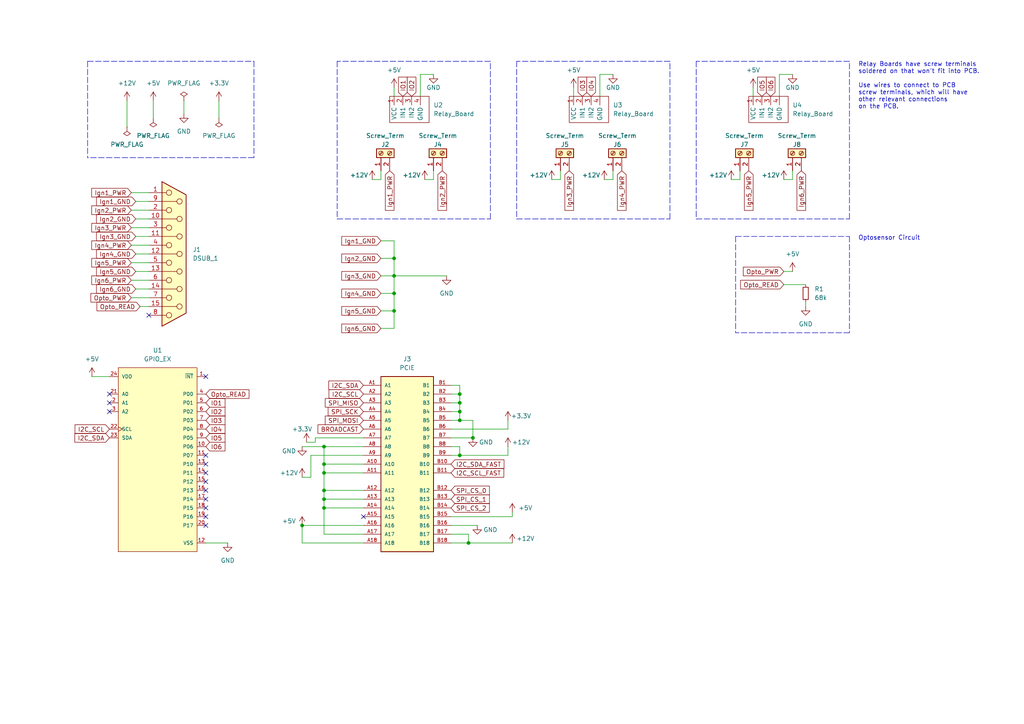
<source format=kicad_sch>
(kicad_sch (version 20211123) (generator eeschema)
  (paper "A4")
  (lib_symbols
    (symbol "Connector:DB15_Female" (pin_names (offset 1.016) hide)
      (property "Reference" "J" (at 0.508 21.59 0))
      (property "Value" "DB15_Female" (at 0 -22.225 0))
      (symbol "DB15_Female_0_1"
        (circle (center -1.778 -17.78) (radius 0.762))
        (circle (center -1.778 -12.7) (radius 0.762))
        (circle (center -1.778 -7.62) (radius 0.762))
        (circle (center -1.778 -2.54) (radius 0.762))
        (circle (center -1.778 2.54) (radius 0.762))
        (circle (center -1.778 7.62) (radius 0.762))
        (circle (center -1.778 12.7) (radius 0.762))
        (circle (center -1.778 17.78) (radius 0.762))
        (polyline (pts (xy -3.81 -17.78) (xy -2.54 -17.78)))
        (polyline (pts (xy -3.81 -15.24) (xy 0.508 -15.24)))
        (polyline (pts (xy -3.81 -12.7) (xy -2.54 -12.7)))
        (polyline (pts (xy -3.81 -10.16) (xy 0.508 -10.16)))
        (polyline (pts (xy -3.81 -7.62) (xy -2.54 -7.62)))
        (polyline (pts (xy -3.81 -5.08) (xy 0.508 -5.08)))
        (polyline (pts (xy -3.81 -2.54) (xy -2.54 -2.54)))
        (polyline (pts (xy -3.81 0) (xy 0.508 0)))
        (polyline (pts (xy -3.81 2.54) (xy -2.54 2.54)))
        (polyline (pts (xy -3.81 5.08) (xy 0.508 5.08)))
        (polyline (pts (xy -3.81 7.62) (xy -2.54 7.62)))
        (polyline (pts (xy -3.81 10.16) (xy 0.508 10.16)))
        (polyline (pts (xy -3.81 12.7) (xy -2.54 12.7)))
        (polyline (pts (xy -3.81 15.24) (xy 0.508 15.24)))
        (polyline (pts (xy -3.81 17.78) (xy -2.54 17.78)))
        (polyline (pts (xy -3.81 20.955) (xy 3.175 17.145) (xy 3.175 -17.145) (xy -3.81 -20.955) (xy -3.81 20.955)) (stroke (width 0.254)) (fill (type background)))
        (circle (center 1.27 -15.24) (radius 0.762))
        (circle (center 1.27 -10.16) (radius 0.762))
        (circle (center 1.27 -5.08) (radius 0.762))
        (circle (center 1.27 0) (radius 0.762))
        (circle (center 1.27 5.08) (radius 0.762))
        (circle (center 1.27 10.16) (radius 0.762))
        (circle (center 1.27 15.24) (radius 0.762))
      )
      (symbol "DB15_Female_1_1"
        (pin passive line (at -7.62 17.78 0) (length 3.81) (name "1") (number "1"))
        (pin passive line (at -7.62 10.16 0) (length 3.81) (name "P10") (number "10"))
        (pin passive line (at -7.62 5.08 0) (length 3.81) (name "P111") (number "11"))
        (pin passive line (at -7.62 0 0) (length 3.81) (name "P12") (number "12"))
        (pin passive line (at -7.62 -5.08 0) (length 3.81) (name "P13") (number "13"))
        (pin passive line (at -7.62 -10.16 0) (length 3.81) (name "P14") (number "14"))
        (pin passive line (at -7.62 -15.24 0) (length 3.81) (name "P15") (number "15"))
        (pin passive line (at -7.62 12.7 0) (length 3.81) (name "2") (number "2"))
        (pin passive line (at -7.62 7.62 0) (length 3.81) (name "3") (number "3"))
        (pin passive line (at -7.62 2.54 0) (length 3.81) (name "4") (number "4"))
        (pin passive line (at -7.62 -2.54 0) (length 3.81) (name "5") (number "5"))
        (pin passive line (at -7.62 -7.62 0) (length 3.81) (name "6") (number "6"))
        (pin passive line (at -7.62 -12.7 0) (length 3.81) (name "7") (number "7"))
        (pin passive line (at -7.62 -17.78 0) (length 3.81) (name "8") (number "8"))
        (pin passive line (at -7.62 15.24 0) (length 3.81) (name "P9") (number "9"))
      )
    )
    (symbol "Connector:Screw_Terminal_01x02" (pin_names (offset 1.016) hide)
      (property "Reference" "J" (at 0 2.54 0))
      (property "Value" "Screw_Terminal_01x02" (at 0 -5.08 0))
      (symbol "Screw_Terminal_01x02_1_1"
        (rectangle (start -1.27 1.27) (end 1.27 -3.81) (stroke (width 0.254)) (fill (type background)))
        (circle (center 0 -2.54) (radius 0.635) (stroke (width 0.1524)))
        (polyline (pts (xy -0.5334 -2.2098) (xy 0.3302 -3.048)) (stroke (width 0.1524)))
        (polyline (pts (xy -0.5334 0.3302) (xy 0.3302 -0.508)) (stroke (width 0.1524)))
        (polyline (pts (xy -0.3556 -2.032) (xy 0.508 -2.8702)) (stroke (width 0.1524)))
        (polyline (pts (xy -0.3556 0.508) (xy 0.508 -0.3302)) (stroke (width 0.1524)))
        (circle (center 0 0) (radius 0.635) (stroke (width 0.1524)))
        (pin passive line (at -5.08 0 0) (length 3.81) (name "Pin_1") (number "1"))
        (pin passive line (at -5.08 -2.54 0) (length 3.81) (name "Pin_2") (number "2"))
      )
    )
    (symbol "Device:R_Small" (pin_numbers hide) (pin_names (offset 0.254) hide)
      (property "Reference" "R" (at 0.762 0.508 0))
      (property "Value" "R_Small" (at 0.762 -1.016 0))
      (symbol "R_Small_0_1"
        (rectangle (start -0.762 1.778) (end 0.762 -1.778) (stroke (width 0.2032)))
      )
      (symbol "R_Small_1_1"
        (pin passive line (at 0 2.54 270) (length 0.762) (name "~") (number "1"))
        (pin passive line (at 0 -2.54 90) (length 0.762) (name "~") (number "2"))
      )
    )
    (symbol "ELLIE:Relay_Board"
      (property "Reference" "U" (at 0 -3.81 0))
      (property "Value" "Relay_Board" (at 0 -6.35 0))
      (symbol "Relay_Board_0_1"
        (rectangle (start -3.81 8.89) (end 3.81 -2.54))
      )
      (symbol "Relay_Board_1_1"
        (pin input line (at 3.81 7.62 180) (length 2.54) (name "VCC") (number "1"))
        (pin input line (at 3.81 5.08 180) (length 2.54) (name "IN1") (number "2"))
        (pin input line (at 3.81 2.54 180) (length 2.54) (name "IN2") (number "3"))
        (pin input line (at 3.81 0 180) (length 2.54) (name "GND") (number "4"))
      )
    )
    (symbol "LE2_IO_EXPANDER:PCF8575TS_1,118" (pin_names (offset 1.016))
      (property "Reference" "U" (at 0 5.08 0))
      (property "Value" "PCF8575TS_1,118" (at 0 7.62 0))
      (symbol "PCF8575TS_1,118_1_1"
        (rectangle (start 5.08 2.54) (end 27.94 -50.8) (fill (type background)))
        (pin output line (at 30.48 0 180) (length 2.54) (name "~{INT}") (number "1"))
        (pin bidirectional line (at 30.48 -20.32 180) (length 2.54) (name "P06") (number "10"))
        (pin bidirectional line (at 30.48 -22.86 180) (length 2.54) (name "P07") (number "11"))
        (pin power_in line (at 30.48 -48.26 180) (length 2.54) (name "VSS") (number "12"))
        (pin bidirectional line (at 30.48 -25.4 180) (length 2.54) (name "P10") (number "13"))
        (pin bidirectional line (at 30.48 -27.94 180) (length 2.54) (name "P11") (number "14"))
        (pin bidirectional line (at 30.48 -30.48 180) (length 2.54) (name "P12") (number "15"))
        (pin bidirectional line (at 30.48 -33.02 180) (length 2.54) (name "P13") (number "16"))
        (pin bidirectional line (at 30.48 -35.56 180) (length 2.54) (name "P14") (number "17"))
        (pin bidirectional line (at 30.48 -38.1 180) (length 2.54) (name "P15") (number "18"))
        (pin bidirectional line (at 30.48 -40.64 180) (length 2.54) (name "P16") (number "19"))
        (pin input line (at 2.54 -7.62 0) (length 2.54) (name "A1") (number "2"))
        (pin bidirectional line (at 30.48 -43.18 180) (length 2.54) (name "P17") (number "20"))
        (pin input line (at 2.54 -5.08 0) (length 2.54) (name "A0") (number "21"))
        (pin input clock (at 2.54 -15.24 0) (length 2.54) (name "SCL") (number "22"))
        (pin bidirectional line (at 2.54 -17.78 0) (length 2.54) (name "SDA") (number "23"))
        (pin power_in line (at 2.54 0 0) (length 2.54) (name "VDD") (number "24"))
        (pin input line (at 2.54 -10.16 0) (length 2.54) (name "A2") (number "3"))
        (pin bidirectional line (at 30.48 -5.08 180) (length 2.54) (name "P00") (number "4"))
        (pin bidirectional line (at 30.48 -7.62 180) (length 2.54) (name "P01") (number "5"))
        (pin bidirectional line (at 30.48 -10.16 180) (length 2.54) (name "P02") (number "6"))
        (pin bidirectional line (at 30.48 -12.7 180) (length 2.54) (name "P03") (number "7"))
        (pin bidirectional line (at 30.48 -15.24 180) (length 2.54) (name "P04") (number "8"))
        (pin bidirectional line (at 30.48 -17.78 180) (length 2.54) (name "P05") (number "9"))
      )
    )
    (symbol "PCIe:PCIE-LP-01-01-F-DV-A-TR" (pin_names (offset 1.016))
      (property "Reference" "J7" (at 0 30.48 0))
      (property "Value" "PCIE-LP-01-01-F-DV-A-TR" (at 0 27.94 0))
      (symbol "PCIE-LP-01-01-F-DV-A-TR_0_0"
        (rectangle (start -7.62 -25.4) (end 7.62 25.4) (stroke (width 0.254)) (fill (type background)))
        (pin passive line (at -12.7 22.86 0) (length 5.08) (name "A1") (number "A1"))
        (pin passive line (at -12.7 0 0) (length 5.08) (name "A10") (number "A10"))
        (pin passive line (at -12.7 -2.54 0) (length 5.08) (name "A11") (number "A11"))
        (pin passive line (at -12.7 -7.62 0) (length 5.08) (name "A12") (number "A12"))
        (pin passive line (at -12.7 -10.16 0) (length 5.08) (name "A13") (number "A13"))
        (pin passive line (at -12.7 -12.7 0) (length 5.08) (name "A14") (number "A14"))
        (pin passive line (at -12.7 -15.24 0) (length 5.08) (name "A15") (number "A15"))
        (pin passive line (at -12.7 -17.78 0) (length 5.08) (name "A16") (number "A16"))
        (pin passive line (at -12.7 -20.32 0) (length 5.08) (name "A17") (number "A17"))
        (pin passive line (at -12.7 -22.86 0) (length 5.08) (name "A18") (number "A18"))
        (pin passive line (at -12.7 20.32 0) (length 5.08) (name "A2") (number "A2"))
        (pin passive line (at -12.7 17.78 0) (length 5.08) (name "A3") (number "A3"))
        (pin passive line (at -12.7 15.24 0) (length 5.08) (name "A4") (number "A4"))
        (pin passive line (at -12.7 12.7 0) (length 5.08) (name "A5") (number "A5"))
        (pin passive line (at -12.7 10.16 0) (length 5.08) (name "A6") (number "A6"))
        (pin passive line (at -12.7 7.62 0) (length 5.08) (name "A7") (number "A7"))
        (pin passive line (at -12.7 5.08 0) (length 5.08) (name "A8") (number "A8"))
        (pin passive line (at -12.7 2.54 0) (length 5.08) (name "A9") (number "A9"))
        (pin passive line (at 12.7 22.86 180) (length 5.08) (name "B1") (number "B1"))
        (pin passive line (at 12.7 0 180) (length 5.08) (name "B10") (number "B10"))
        (pin passive line (at 12.7 -2.54 180) (length 5.08) (name "B11") (number "B11"))
        (pin passive line (at 12.7 -7.62 180) (length 5.08) (name "B12") (number "B12"))
        (pin passive line (at 12.7 -10.16 180) (length 5.08) (name "B13") (number "B13"))
        (pin passive line (at 12.7 -12.7 180) (length 5.08) (name "B14") (number "B14"))
        (pin passive line (at 12.7 -15.24 180) (length 5.08) (name "B15") (number "B15"))
        (pin passive line (at 12.7 -17.78 180) (length 5.08) (name "B16") (number "B16"))
        (pin passive line (at 12.7 -20.32 180) (length 5.08) (name "B17") (number "B17"))
        (pin passive line (at 12.7 -22.86 180) (length 5.08) (name "B18") (number "B18"))
        (pin passive line (at 12.7 20.32 180) (length 5.08) (name "B2") (number "B2"))
        (pin passive line (at 12.7 17.78 180) (length 5.08) (name "B3") (number "B3"))
        (pin passive line (at 12.7 15.24 180) (length 5.08) (name "B4") (number "B4"))
        (pin passive line (at 12.7 12.7 180) (length 5.08) (name "B5") (number "B5"))
        (pin passive line (at 12.7 10.16 180) (length 5.08) (name "B6") (number "B6"))
        (pin passive line (at 12.7 7.62 180) (length 5.08) (name "B7") (number "B7"))
        (pin passive line (at 12.7 5.08 180) (length 5.08) (name "B8") (number "B8"))
        (pin passive line (at 12.7 2.54 180) (length 5.08) (name "B9") (number "B9"))
      )
    )
    (symbol "power:+12V" (power) (pin_names (offset 0))
      (property "Value" "+12V" (at 0 3.556 0))
      (symbol "+12V_0_1"
        (polyline (pts (xy -0.762 1.27) (xy 0 2.54)))
        (polyline (pts (xy 0 0) (xy 0 2.54)))
        (polyline (pts (xy 0 2.54) (xy 0.762 1.27)))
      )
      (symbol "+12V_1_1"
        (pin power_in line (at 0 0 90) (length 0) hide (name "+12V") (number "1"))
      )
    )
    (symbol "power:+3.3V" (power) (pin_names (offset 0))
      (property "Value" "+3.3V" (at 0 3.556 0))
      (symbol "+3.3V_0_1"
        (polyline (pts (xy -0.762 1.27) (xy 0 2.54)))
        (polyline (pts (xy 0 0) (xy 0 2.54)))
        (polyline (pts (xy 0 2.54) (xy 0.762 1.27)))
      )
      (symbol "+3.3V_1_1"
        (pin power_in line (at 0 0 90) (length 0) hide (name "+3.3V") (number "1"))
      )
    )
    (symbol "power:+5V" (power) (pin_names (offset 0))
      (property "Value" "+5V" (at 0 3.556 0))
      (symbol "+5V_0_1"
        (polyline (pts (xy -0.762 1.27) (xy 0 2.54)))
        (polyline (pts (xy 0 0) (xy 0 2.54)))
        (polyline (pts (xy 0 2.54) (xy 0.762 1.27)))
      )
      (symbol "+5V_1_1"
        (pin power_in line (at 0 0 90) (length 0) hide (name "+5V") (number "1"))
      )
    )
    (symbol "power:GND" (power) (pin_names (offset 0))
      (property "Value" "GND" (at 0 -3.81 0))
      (symbol "GND_0_1"
        (polyline (pts (xy 0 0) (xy 0 -1.27) (xy 1.27 -1.27) (xy 0 -2.54) (xy -1.27 -1.27) (xy 0 -1.27)))
      )
      (symbol "GND_1_1"
        (pin power_in line (at 0 0 270) (length 0) hide (name "GND") (number "1"))
      )
    )
    (symbol "power:PWR_FLAG" (power) (pin_numbers hide) (pin_names (offset 0) hide)
      (property "Value" "PWR_FLAG" (at 0 3.81 0))
      (symbol "PWR_FLAG_0_0"
        (pin power_out line (at 0 0 90) (length 0) (name "pwr") (number "1"))
      )
      (symbol "PWR_FLAG_0_1"
        (polyline (pts (xy 0 0) (xy 0 1.27) (xy -1.016 1.905) (xy 0 2.54) (xy 1.016 1.905) (xy 0 1.27)))
      )
    )
  )
  (junction (at 133.35 119.38))
  (junction (at 93.98 147.32))
  (junction (at 93.98 137.16))
  (junction (at 114.3 90.17))
  (junction (at 133.35 121.92))
  (junction (at 137.16 127))
  (junction (at 93.98 142.24))
  (junction (at 114.3 85.09))
  (junction (at 135.89 157.48))
  (junction (at 87.63 152.4))
  (junction (at 133.35 132.08))
  (junction (at 93.98 144.78))
  (junction (at 114.3 80.01))
  (junction (at 93.98 134.62))
  (junction (at 133.35 114.3))
  (junction (at 114.3 74.93))
  (junction (at 133.35 116.84))
  (junction (at 93.98 129.54))
  (no_connect (at 59.69 109.22))
  (no_connect (at 59.69 149.86))
  (no_connect (at 59.69 134.62))
  (no_connect (at 59.69 137.16))
  (no_connect (at 105.41 149.86))
  (no_connect (at 59.69 144.78))
  (no_connect (at 59.69 152.4))
  (no_connect (at 59.69 147.32))
  (no_connect (at 59.69 142.24))
  (no_connect (at 31.75 114.3))
  (no_connect (at 59.69 139.7))
  (no_connect (at 31.75 119.38))
  (no_connect (at 59.69 132.08))
  (no_connect (at 43.18 91.44))
  (no_connect (at 31.75 116.84))
  (wire (pts (xy 137.16 127) (xy 137.16 121.92)))
  (wire (pts (xy 91.44 128.27) (xy 88.9 128.27)))
  (wire (pts (xy 148.59 148.59) (xy 148.59 149.86)))
  (wire (pts (xy 177.8 52.07) (xy 177.8 49.53)))
  (polyline (pts (xy 246.38 63.5) (xy 246.38 17.78)))
  (wire (pts (xy 39.37 78.74) (xy 43.18 78.74)))
  (polyline (pts (xy 201.93 63.5) (xy 246.38 63.5)))
  (wire (pts (xy 93.98 134.62) (xy 93.98 129.54)))
  (polyline (pts (xy 73.66 17.78) (xy 73.66 45.72)))
  (wire (pts (xy 133.35 114.3) (xy 133.35 116.84)))
  (wire (pts (xy 133.35 116.84) (xy 133.35 119.38)))
  (wire (pts (xy 114.3 85.09) (xy 114.3 80.01)))
  (wire (pts (xy 38.1 81.28) (xy 43.18 81.28)))
  (wire (pts (xy 38.1 60.96) (xy 43.18 60.96)))
  (wire (pts (xy 87.63 129.54) (xy 93.98 129.54)))
  (wire (pts (xy 107.95 52.07) (xy 110.49 52.07)))
  (wire (pts (xy 135.89 157.48) (xy 148.59 157.48)))
  (wire (pts (xy 110.49 95.25) (xy 114.3 95.25)))
  (wire (pts (xy 123.19 52.07) (xy 125.73 52.07)))
  (polyline (pts (xy 149.86 17.78) (xy 149.86 63.5)))
  (wire (pts (xy 160.02 52.07) (xy 162.56 52.07)))
  (wire (pts (xy 133.35 119.38) (xy 133.35 121.92)))
  (polyline (pts (xy 142.24 63.5) (xy 142.24 17.78)))
  (wire (pts (xy 38.1 55.88) (xy 43.18 55.88)))
  (polyline (pts (xy 246.38 96.52) (xy 213.36 96.52)))
  (wire (pts (xy 130.81 132.08) (xy 133.35 132.08)))
  (polyline (pts (xy 97.79 17.78) (xy 97.79 63.5)))
  (wire (pts (xy 110.49 52.07) (xy 110.49 49.53)))
  (wire (pts (xy 93.98 154.94) (xy 93.98 147.32)))
  (wire (pts (xy 130.81 152.4) (xy 138.43 152.4)))
  (wire (pts (xy 110.49 90.17) (xy 114.3 90.17)))
  (wire (pts (xy 130.81 121.92) (xy 133.35 121.92)))
  (wire (pts (xy 133.35 111.76) (xy 133.35 114.3)))
  (wire (pts (xy 166.37 25.4) (xy 166.37 27.94)))
  (wire (pts (xy 130.81 127) (xy 137.16 127)))
  (wire (pts (xy 26.67 109.22) (xy 31.75 109.22)))
  (wire (pts (xy 130.81 116.84) (xy 133.35 116.84)))
  (wire (pts (xy 130.81 124.46) (xy 147.32 124.46)))
  (wire (pts (xy 175.26 52.07) (xy 177.8 52.07)))
  (wire (pts (xy 63.5 29.21) (xy 63.5 34.29)))
  (wire (pts (xy 93.98 137.16) (xy 93.98 134.62)))
  (polyline (pts (xy 194.31 63.5) (xy 194.31 17.78)))
  (wire (pts (xy 173.99 27.94) (xy 173.99 21.59)))
  (wire (pts (xy 229.87 52.07) (xy 229.87 49.53)))
  (wire (pts (xy 93.98 144.78) (xy 105.41 144.78)))
  (wire (pts (xy 114.3 69.85) (xy 114.3 74.93)))
  (wire (pts (xy 39.37 63.5) (xy 43.18 63.5)))
  (wire (pts (xy 114.3 25.4) (xy 114.3 27.94)))
  (wire (pts (xy 147.32 121.92) (xy 147.32 124.46)))
  (wire (pts (xy 133.35 132.08) (xy 147.32 132.08)))
  (wire (pts (xy 130.81 129.54) (xy 133.35 129.54)))
  (wire (pts (xy 110.49 80.01) (xy 114.3 80.01)))
  (wire (pts (xy 38.1 71.12) (xy 43.18 71.12)))
  (wire (pts (xy 105.41 127) (xy 91.44 127)))
  (wire (pts (xy 36.83 29.21) (xy 36.83 36.83)))
  (wire (pts (xy 90.17 132.08) (xy 105.41 132.08)))
  (wire (pts (xy 53.34 29.21) (xy 53.34 33.02)))
  (wire (pts (xy 212.09 52.07) (xy 214.63 52.07)))
  (wire (pts (xy 226.06 21.59) (xy 229.87 21.59)))
  (polyline (pts (xy 149.86 63.5) (xy 194.31 63.5)))
  (wire (pts (xy 173.99 21.59) (xy 177.8 21.59)))
  (wire (pts (xy 38.1 76.2) (xy 43.18 76.2)))
  (wire (pts (xy 38.1 66.04) (xy 43.18 66.04)))
  (wire (pts (xy 93.98 137.16) (xy 105.41 137.16)))
  (polyline (pts (xy 213.36 68.58) (xy 246.38 68.58)))
  (wire (pts (xy 233.68 87.63) (xy 233.68 88.9)))
  (wire (pts (xy 227.33 52.07) (xy 229.87 52.07)))
  (wire (pts (xy 39.37 68.58) (xy 43.18 68.58)))
  (wire (pts (xy 110.49 74.93) (xy 114.3 74.93)))
  (wire (pts (xy 121.92 21.59) (xy 125.73 21.59)))
  (polyline (pts (xy 201.93 17.78) (xy 201.93 63.5)))
  (wire (pts (xy 227.33 78.74) (xy 229.87 78.74)))
  (wire (pts (xy 135.89 154.94) (xy 135.89 157.48)))
  (wire (pts (xy 93.98 154.94) (xy 105.41 154.94)))
  (wire (pts (xy 87.63 157.48) (xy 87.63 152.4)))
  (wire (pts (xy 110.49 69.85) (xy 114.3 69.85)))
  (wire (pts (xy 133.35 129.54) (xy 133.35 132.08)))
  (wire (pts (xy 59.69 157.48) (xy 66.04 157.48)))
  (wire (pts (xy 147.32 129.54) (xy 147.32 132.08)))
  (wire (pts (xy 227.33 82.55) (xy 233.68 82.55)))
  (wire (pts (xy 39.37 83.82) (xy 43.18 83.82)))
  (wire (pts (xy 114.3 74.93) (xy 114.3 80.01)))
  (wire (pts (xy 90.17 132.08) (xy 90.17 138.43)))
  (wire (pts (xy 87.63 157.48) (xy 105.41 157.48)))
  (polyline (pts (xy 97.79 63.5) (xy 142.24 63.5)))
  (wire (pts (xy 114.3 95.25) (xy 114.3 90.17)))
  (polyline (pts (xy 246.38 68.58) (xy 246.38 96.52)))
  (wire (pts (xy 218.44 25.4) (xy 218.44 27.94)))
  (wire (pts (xy 93.98 142.24) (xy 105.41 142.24)))
  (polyline (pts (xy 194.31 17.78) (xy 149.86 17.78)))
  (wire (pts (xy 130.81 149.86) (xy 148.59 149.86)))
  (wire (pts (xy 93.98 147.32) (xy 105.41 147.32)))
  (wire (pts (xy 226.06 27.94) (xy 226.06 21.59)))
  (wire (pts (xy 130.81 111.76) (xy 133.35 111.76)))
  (wire (pts (xy 90.17 138.43) (xy 87.63 138.43)))
  (wire (pts (xy 93.98 144.78) (xy 93.98 142.24)))
  (polyline (pts (xy 73.66 45.72) (xy 25.4 45.72)))
  (wire (pts (xy 38.1 86.36) (xy 43.18 86.36)))
  (wire (pts (xy 93.98 137.16) (xy 93.98 142.24)))
  (polyline (pts (xy 213.36 68.58) (xy 213.36 96.52)))
  (polyline (pts (xy 25.4 17.78) (xy 25.4 45.72)))
  (wire (pts (xy 93.98 144.78) (xy 93.98 147.32)))
  (wire (pts (xy 40.64 88.9) (xy 43.18 88.9)))
  (wire (pts (xy 130.81 114.3) (xy 133.35 114.3)))
  (polyline (pts (xy 25.4 17.78) (xy 73.66 17.78)))
  (wire (pts (xy 130.81 154.94) (xy 135.89 154.94)))
  (wire (pts (xy 39.37 73.66) (xy 43.18 73.66)))
  (wire (pts (xy 110.49 85.09) (xy 114.3 85.09)))
  (wire (pts (xy 130.81 119.38) (xy 133.35 119.38)))
  (wire (pts (xy 130.81 157.48) (xy 135.89 157.48)))
  (wire (pts (xy 125.73 52.07) (xy 125.73 49.53)))
  (wire (pts (xy 44.45 29.21) (xy 44.45 34.29)))
  (wire (pts (xy 93.98 134.62) (xy 105.41 134.62)))
  (wire (pts (xy 87.63 152.4) (xy 105.41 152.4)))
  (polyline (pts (xy 142.24 17.78) (xy 97.79 17.78)))
  (wire (pts (xy 121.92 27.94) (xy 121.92 21.59)))
  (wire (pts (xy 137.16 121.92) (xy 133.35 121.92)))
  (wire (pts (xy 91.44 127) (xy 91.44 128.27)))
  (wire (pts (xy 214.63 52.07) (xy 214.63 49.53)))
  (wire (pts (xy 162.56 52.07) (xy 162.56 49.53)))
  (wire (pts (xy 114.3 80.01) (xy 129.54 80.01)))
  (wire (pts (xy 39.37 58.42) (xy 43.18 58.42)))
  (wire (pts (xy 114.3 90.17) (xy 114.3 85.09)))
  (polyline (pts (xy 246.38 17.78) (xy 201.93 17.78)))
  (wire (pts (xy 93.98 129.54) (xy 105.41 129.54)))
  (text "Relay Boards have screw terminals \nsoldered on that won't fit into PCB.\n\nUse wires to connect to PCB \nscrew terminals, which will have \nother relevant connections \non the PCB." (at 248.92 31.75 0) (effects (font (size 1.27 1.27)) (justify left bottom)))
  (text "Optosensor Circuit" (at 248.92 69.85 0) (effects (font (size 1.27 1.27)) (justify left bottom)))
  (global_label "I2C_SCL" (shape input) (at 31.75 124.46 180) (property "Intersheet References" "${INTERSHEET_REFS}" (effects hide)))
  (global_label "Ign6_GND" (shape input) (at 110.49 95.25 180) (property "Intersheet References" "${INTERSHEET_REFS}" (effects hide)))
  (global_label "Ign6_PWR" (shape input) (at 232.41 49.53 270) (property "Intersheet References" "${INTERSHEET_REFS}" (effects hide)))
  (global_label "Ign1_PWR" (shape input) (at 113.03 49.53 270) (property "Intersheet References" "${INTERSHEET_REFS}" (effects hide)))
  (global_label "Ign5_GND" (shape input) (at 39.37 78.74 180) (property "Intersheet References" "${INTERSHEET_REFS}" (effects hide)))
  (global_label "IO2" (shape input) (at 119.38 27.94 90) (property "Intersheet References" "${INTERSHEET_REFS}" (effects hide)))
  (global_label "SPI_MISO" (shape input) (at 105.41 116.84 180) (property "Intersheet References" "${INTERSHEET_REFS}" (effects hide)))
  (global_label "IO4" (shape input) (at 171.45 27.94 90) (property "Intersheet References" "${INTERSHEET_REFS}" (effects hide)))
  (global_label "SPI_CS_2" (shape input) (at 130.81 147.32 0) (property "Intersheet References" "${INTERSHEET_REFS}" (effects hide)))
  (global_label "Ign4_PWR" (shape input) (at 38.1 71.12 180) (property "Intersheet References" "${INTERSHEET_REFS}" (effects hide)))
  (global_label "IO6" (shape input) (at 223.52 27.94 90) (property "Intersheet References" "${INTERSHEET_REFS}" (effects hide)))
  (global_label "IO3" (shape input) (at 59.69 121.92 0) (property "Intersheet References" "${INTERSHEET_REFS}" (effects hide)))
  (global_label "SPI_CS_1" (shape input) (at 130.81 144.78 0) (property "Intersheet References" "${INTERSHEET_REFS}" (effects hide)))
  (global_label "I2C_SDA" (shape input) (at 31.75 127 180) (property "Intersheet References" "${INTERSHEET_REFS}" (effects hide)))
  (global_label "Ign4_PWR" (shape input) (at 180.34 49.53 270) (property "Intersheet References" "${INTERSHEET_REFS}" (effects hide)))
  (global_label "Ign2_GND" (shape input) (at 39.37 63.5 180) (property "Intersheet References" "${INTERSHEET_REFS}" (effects hide)))
  (global_label "BROADCAST" (shape input) (at 105.41 124.46 180) (property "Intersheet References" "${INTERSHEET_REFS}" (effects hide)))
  (global_label "Opto_READ" (shape input) (at 59.69 114.3 0) (property "Intersheet References" "${INTERSHEET_REFS}" (effects hide)))
  (global_label "Opto_PWR" (shape input) (at 227.33 78.74 180) (property "Intersheet References" "${INTERSHEET_REFS}" (effects hide)))
  (global_label "Ign3_PWR" (shape input) (at 165.1 49.53 270) (property "Intersheet References" "${INTERSHEET_REFS}" (effects hide)))
  (global_label "Ign2_PWR" (shape input) (at 38.1 60.96 180) (property "Intersheet References" "${INTERSHEET_REFS}" (effects hide)))
  (global_label "IO3" (shape input) (at 168.91 27.94 90) (property "Intersheet References" "${INTERSHEET_REFS}" (effects hide)))
  (global_label "Ign4_GND" (shape input) (at 39.37 73.66 180) (property "Intersheet References" "${INTERSHEET_REFS}" (effects hide)))
  (global_label "Opto_READ" (shape input) (at 227.33 82.55 180) (property "Intersheet References" "${INTERSHEET_REFS}" (effects hide)))
  (global_label "Ign1_GND" (shape input) (at 39.37 58.42 180) (property "Intersheet References" "${INTERSHEET_REFS}" (effects hide)))
  (global_label "Ign5_GND" (shape input) (at 110.49 90.17 180) (property "Intersheet References" "${INTERSHEET_REFS}" (effects hide)))
  (global_label "IO1" (shape input) (at 116.84 27.94 90) (property "Intersheet References" "${INTERSHEET_REFS}" (effects hide)))
  (global_label "IO6" (shape input) (at 59.69 129.54 0) (property "Intersheet References" "${INTERSHEET_REFS}" (effects hide)))
  (global_label "IO2" (shape input) (at 59.69 119.38 0) (property "Intersheet References" "${INTERSHEET_REFS}" (effects hide)))
  (global_label "SPI_CS_0" (shape input) (at 130.81 142.24 0) (property "Intersheet References" "${INTERSHEET_REFS}" (effects hide)))
  (global_label "Ign1_PWR" (shape input) (at 38.1 55.88 180) (property "Intersheet References" "${INTERSHEET_REFS}" (effects hide)))
  (global_label "Ign1_GND" (shape input) (at 110.49 69.85 180) (property "Intersheet References" "${INTERSHEET_REFS}" (effects hide)))
  (global_label "IO1" (shape input) (at 59.69 116.84 0) (property "Intersheet References" "${INTERSHEET_REFS}" (effects hide)))
  (global_label "IO4" (shape input) (at 59.69 124.46 0) (property "Intersheet References" "${INTERSHEET_REFS}" (effects hide)))
  (global_label "Ign6_GND" (shape input) (at 39.37 83.82 180) (property "Intersheet References" "${INTERSHEET_REFS}" (effects hide)))
  (global_label "Ign3_GND" (shape input) (at 110.49 80.01 180) (property "Intersheet References" "${INTERSHEET_REFS}" (effects hide)))
  (global_label "IO5" (shape input) (at 220.98 27.94 90) (property "Intersheet References" "${INTERSHEET_REFS}" (effects hide)))
  (global_label "I2C_SDA_FAST" (shape input) (at 130.81 134.62 0) (property "Intersheet References" "${INTERSHEET_REFS}" (effects hide)))
  (global_label "Ign5_PWR" (shape input) (at 217.17 49.53 270) (property "Intersheet References" "${INTERSHEET_REFS}" (effects hide)))
  (global_label "Ign5_PWR" (shape input) (at 38.1 76.2 180) (property "Intersheet References" "${INTERSHEET_REFS}" (effects hide)))
  (global_label "Ign2_PWR" (shape input) (at 128.27 49.53 270) (property "Intersheet References" "${INTERSHEET_REFS}" (effects hide)))
  (global_label "Ign3_GND" (shape input) (at 39.37 68.58 180) (property "Intersheet References" "${INTERSHEET_REFS}" (effects hide)))
  (global_label "I2C_SCL_FAST" (shape input) (at 130.81 137.16 0) (property "Intersheet References" "${INTERSHEET_REFS}" (effects hide)))
  (global_label "SPI_SCK" (shape input) (at 105.41 119.38 180) (property "Intersheet References" "${INTERSHEET_REFS}" (effects hide)))
  (global_label "Opto_READ" (shape input) (at 40.64 88.9 180) (property "Intersheet References" "${INTERSHEET_REFS}" (effects hide)))
  (global_label "Ign2_GND" (shape input) (at 110.49 74.93 180) (property "Intersheet References" "${INTERSHEET_REFS}" (effects hide)))
  (global_label "I2C_SDA" (shape input) (at 105.41 111.76 180) (property "Intersheet References" "${INTERSHEET_REFS}" (effects hide)))
  (global_label "IO5" (shape input) (at 59.69 127 0) (property "Intersheet References" "${INTERSHEET_REFS}" (effects hide)))
  (global_label "Ign4_GND" (shape input) (at 110.49 85.09 180) (property "Intersheet References" "${INTERSHEET_REFS}" (effects hide)))
  (global_label "I2C_SCL" (shape input) (at 105.41 114.3 180) (property "Intersheet References" "${INTERSHEET_REFS}" (effects hide)))
  (global_label "Ign3_PWR" (shape input) (at 38.1 66.04 180) (property "Intersheet References" "${INTERSHEET_REFS}" (effects hide)))
  (global_label "Opto_PWR" (shape input) (at 38.1 86.36 180) (property "Intersheet References" "${INTERSHEET_REFS}" (effects hide)))
  (global_label "Ign6_PWR" (shape input) (at 38.1 81.28 180) (property "Intersheet References" "${INTERSHEET_REFS}" (effects hide)))
  (global_label "SPI_MOSI" (shape input) (at 105.41 121.92 180) (property "Intersheet References" "${INTERSHEET_REFS}" (effects hide)))
  (symbol (lib_id "power:+5V") (at 26.67 109.22 0) (unit 1)
    (property "Reference" "#PWR01" (effects hide))
    (property "Value" "+5V" (at 26.67 104.14 0))
  )
  (symbol (lib_id "Connector:Screw_Terminal_01x02") (at 125.73 44.45 90) (unit 1)
    (property "Reference" "J4" (at 127 41.91 90))
    (property "Value" "Screw_Term" (at 127 39.37 90))
  )
  (symbol (lib_id "power:PWR_FLAG") (at 63.5 34.29 180) (unit 1)
    (property "Reference" "#FLG04" (effects hide))
    (property "Value" "PWR_FLAG" (at 63.5 39.37 0))
  )
  (symbol (lib_id "power:+12V") (at 212.09 52.07 0) (unit 1)
    (property "Reference" "#PWR026" (effects hide))
    (property "Value" "+12V" (at 208.28 50.8 0))
  )
  (symbol (lib_id "power:PWR_FLAG") (at 44.45 34.29 180) (unit 1)
    (property "Reference" "#FLG02" (effects hide))
    (property "Value" "PWR_FLAG" (at 44.45 39.37 0))
  )
  (symbol (lib_id "power:+5V") (at 114.3 25.4 0) (unit 1)
    (property "Reference" "#PWR012" (effects hide))
    (property "Value" "+5V" (at 114.3 20.32 0))
  )
  (symbol (lib_id "PCIe:PCIE-LP-01-01-F-DV-A-TR") (at 118.11 134.62 0) (unit 1)
    (property "Reference" "J3" (at 118.11 104.14 0))
    (property "Value" "PCIE" (at 118.11 106.68 0))
    (property "Footprint" "Connector_PCBEdge:BUS_PCIexpress_x1" (effects hide))
    (property "MAXIMUM_PACKAGE_HEIGHT" "8.13mm" (effects hide))
    (property "STANDARD" "Manufacturer Recommendations" (effects hide))
    (property "PARTREV" "B" (effects hide))
    (property "MANUFACTURER" "Samtec" (effects hide))
  )
  (symbol (lib_id "Connector:Screw_Terminal_01x02") (at 214.63 44.45 90) (unit 1)
    (property "Reference" "J7" (at 215.9 41.91 90))
    (property "Value" "Screw_Term" (at 215.9 39.37 90))
  )
  (symbol (lib_id "Connector:Screw_Terminal_01x02") (at 177.8 44.45 90) (unit 1)
    (property "Reference" "J6" (at 179.07 41.91 90))
    (property "Value" "Screw_Term" (at 179.07 39.37 90))
  )
  (symbol (lib_id "power:GND") (at 87.63 129.54 0) (unit 1)
    (property "Reference" "#PWR07" (effects hide))
    (property "Value" "GND" (at 83.82 130.81 0))
  )
  (symbol (lib_id "power:GND") (at 66.04 157.48 0) (unit 1)
    (property "Reference" "#PWR06" (effects hide))
    (property "Value" "GND" (at 66.04 162.56 0))
  )
  (symbol (lib_id "Device:R_Small") (at 233.68 85.09 0) (unit 1)
    (property "Reference" "R1" (at 236.22 83.8199 0) (effects (justify left)))
    (property "Value" "68k" (at 236.22 86.3599 0) (effects (justify left)))
  )
  (symbol (lib_id "power:+5V") (at 44.45 29.21 0) (unit 1)
    (property "Reference" "#PWR03" (effects hide))
    (property "Value" "+5V" (at 44.45 24.13 0))
  )
  (symbol (lib_id "power:GND") (at 125.73 21.59 0) (unit 1)
    (property "Reference" "#PWR014" (effects hide))
    (property "Value" "GND" (at 125.73 25.4 0))
  )
  (symbol (lib_id "power:GND") (at 137.16 127 0) (unit 1)
    (property "Reference" "#PWR016" (effects hide))
    (property "Value" "GND" (at 140.97 128.27 0))
  )
  (symbol (lib_id "power:+12V") (at 148.59 157.48 0) (unit 1)
    (property "Reference" "#PWR021" (effects hide))
    (property "Value" "+12V" (at 152.4 156.21 0))
  )
  (symbol (lib_id "power:+3.3V") (at 63.5 29.21 0) (unit 1)
    (property "Reference" "#PWR05" (effects hide))
    (property "Value" "+3.3V" (at 63.5 24.13 0))
  )
  (symbol (lib_id "power:+12V") (at 147.32 129.54 0) (unit 1)
    (property "Reference" "#PWR019" (effects hide))
    (property "Value" "+12V" (at 151.13 128.27 0))
  )
  (symbol (lib_id "Connector:Screw_Terminal_01x02") (at 162.56 44.45 90) (unit 1)
    (property "Reference" "J5" (at 163.83 41.91 90))
    (property "Value" "Screw_Term" (at 163.83 39.37 90))
  )
  (symbol (lib_id "power:+3.3V") (at 147.32 121.92 0) (unit 1)
    (property "Reference" "#PWR018" (effects hide))
    (property "Value" "+3.3V" (at 151.13 120.65 0))
  )
  (symbol (lib_id "ELLIE:Relay_Board") (at 226.06 31.75 90) (unit 1)
    (property "Reference" "U4" (at 229.87 30.4799 90) (effects (justify right)))
    (property "Value" "Relay_Board" (at 229.87 33.0199 90) (effects (justify right)))
  )
  (symbol (lib_id "power:+5V") (at 87.63 152.4 0) (unit 1)
    (property "Reference" "#PWR09" (effects hide))
    (property "Value" "+5V" (at 83.82 151.13 0))
  )
  (symbol (lib_id "power:+5V") (at 166.37 25.4 0) (unit 1)
    (property "Reference" "#PWR023" (effects hide))
    (property "Value" "+5V" (at 166.37 20.32 0))
  )
  (symbol (lib_id "LE2_IO_EXPANDER:PCF8575TS_1,118") (at 29.21 109.22 0) (unit 1)
    (property "Reference" "U1" (at 45.72 101.6 0))
    (property "Value" "GPIO_EX" (at 45.72 104.14 0))
    (property "Footprint" "GPIO_Ex:PCF8575_Breakout" (effects hide))
    (property "Datasheet" "https://www.nxp.com/docs/en/data-sheet/PCF8575.pdf" (effects hide))
    (property "ambient temperature range high" "+85°C" (effects hide))
    (property "ambient temperature range low" "-40°C" (effects hide))
    (property "automotive" "No" (effects hide))
    (property "category" "IC" (effects hide))
    (property "device class L1" "Integrated Circuits (ICs)" (effects hide))
    (property "device class L2" "Interface ICs" (effects hide))
    (property "device class L3" "I/O Expanders" (effects hide))
    (property "digikey description" "IC I/O EXPANDER I2C 16B 24SSOP" (effects hide))
    (property "digikey part number" "568-1079-1-ND" (effects hide))
    (property "footprint url" "https://www.nxp.com/docs/en/package-information/SOT340-1.pdf" (effects hide))
    (property "frequency" "400kHz" (effects hide))
    (property "height" "2mm" (effects hide))
    (property "interface" "I2C" (effects hide))
    (property "ipc land pattern name" "SOP65P775X200-24" (effects hide))
    (property "lead free" "Yes" (effects hide))
    (property "library id" "782822a70bc4319d" (effects hide))
    (property "manufacturer" "NXP" (effects hide))
    (property "max supply voltage" "5.5V" (effects hide))
    (property "min supply voltage" "2.5V" (effects hide))
    (property "mouser description" "Interface - I/O Expanders 16-BIT I/O EXPANDER W/400KHZ" (effects hide))
    (property "mouser part number" "771-PCF8575TSDB-T" (effects hide))
    (property "nominal supply current" "100uA" (effects hide))
    (property "number of I/Os" "16" (effects hide))
    (property "package" "SSOP24" (effects hide))
    (property "rohs" "Yes" (effects hide))
    (property "standoff height" "0.05mm" (effects hide))
    (property "temperature range high" "+85°C" (effects hide))
    (property "temperature range low" "-40°C" (effects hide))
  )
  (symbol (lib_id "power:PWR_FLAG") (at 36.83 36.83 180) (unit 1)
    (property "Reference" "#FLG01" (effects hide))
    (property "Value" "PWR_FLAG" (at 36.83 41.91 0))
  )
  (symbol (lib_id "power:GND") (at 233.68 88.9 0) (unit 1)
    (property "Reference" "#PWR031" (effects hide))
    (property "Value" "GND" (at 233.68 93.98 0))
  )
  (symbol (lib_id "power:GND") (at 177.8 21.59 0) (unit 1)
    (property "Reference" "#PWR025" (effects hide))
    (property "Value" "GND" (at 177.8 25.4 0))
  )
  (symbol (lib_id "power:GND") (at 129.54 80.01 0) (unit 1)
    (property "Reference" "#PWR015" (effects hide))
    (property "Value" "GND" (at 129.54 85.09 0))
  )
  (symbol (lib_id "power:GND") (at 138.43 152.4 0) (unit 1)
    (property "Reference" "#PWR017" (effects hide))
    (property "Value" "GND" (at 142.24 153.67 0))
  )
  (symbol (lib_id "Connector:Screw_Terminal_01x02") (at 229.87 44.45 90) (unit 1)
    (property "Reference" "J8" (at 231.14 41.91 90))
    (property "Value" "Screw_Term" (at 231.14 39.37 90))
  )
  (symbol (lib_id "ELLIE:Relay_Board") (at 173.99 31.75 90) (unit 1)
    (property "Reference" "U3" (at 177.8 30.4799 90) (effects (justify right)))
    (property "Value" "Relay_Board" (at 177.8 33.0199 90) (effects (justify right)))
  )
  (symbol (lib_id "power:GND") (at 53.34 33.02 0) (unit 1)
    (property "Reference" "#PWR04" (effects hide))
    (property "Value" "GND" (at 53.34 38.1 0))
  )
  (symbol (lib_id "power:+12V") (at 87.63 138.43 0) (unit 1)
    (property "Reference" "#PWR08" (effects hide))
    (property "Value" "+12V" (at 83.82 137.16 0))
  )
  (symbol (lib_id "power:+12V") (at 227.33 52.07 0) (unit 1)
    (property "Reference" "#PWR028" (effects hide))
    (property "Value" "+12V" (at 223.52 50.8 0))
  )
  (symbol (lib_id "power:+5V") (at 218.44 25.4 0) (unit 1)
    (property "Reference" "#PWR027" (effects hide))
    (property "Value" "+5V" (at 218.44 20.32 0))
  )
  (symbol (lib_id "power:+12V") (at 123.19 52.07 0) (unit 1)
    (property "Reference" "#PWR013" (effects hide))
    (property "Value" "+12V" (at 119.38 50.8 0))
  )
  (symbol (lib_id "power:+5V") (at 229.87 78.74 0) (unit 1)
    (property "Reference" "#PWR030" (effects hide))
    (property "Value" "+5V" (at 229.87 73.66 0))
  )
  (symbol (lib_id "power:+12V") (at 36.83 29.21 0) (unit 1)
    (property "Reference" "#PWR02" (effects hide))
    (property "Value" "+12V" (at 36.83 24.13 0))
  )
  (symbol (lib_id "power:GND") (at 229.87 21.59 0) (unit 1)
    (property "Reference" "#PWR029" (effects hide))
    (property "Value" "GND" (at 229.87 25.4 0))
  )
  (symbol (lib_id "power:+12V") (at 107.95 52.07 0) (unit 1)
    (property "Reference" "#PWR011" (effects hide))
    (property "Value" "+12V" (at 104.14 50.8 0))
  )
  (symbol (lib_id "power:+5V") (at 148.59 148.59 0) (unit 1)
    (property "Reference" "#PWR020" (effects hide))
    (property "Value" "+5V" (at 152.4 147.32 0))
  )
  (symbol (lib_id "Connector:DB15_Female") (at 50.8 73.66 0) (unit 1)
    (property "Reference" "J1" (at 55.88 72.3899 0) (effects (justify left)))
    (property "Value" "DSUB_1" (at 55.88 74.9299 0) (effects (justify left)))
    (property "Footprint" "DSUB_15Pin:DSUB_622-015-260-042" (effects hide))
    (property "Datasheet" " ~" (effects hide))
  )
  (symbol (lib_id "power:+12V") (at 160.02 52.07 0) (unit 1)
    (property "Reference" "#PWR022" (effects hide))
    (property "Value" "+12V" (at 156.21 50.8 0))
  )
  (symbol (lib_id "ELLIE:Relay_Board") (at 121.92 31.75 90) (unit 1)
    (property "Reference" "U2" (at 125.73 30.4799 90) (effects (justify right)))
    (property "Value" "Relay_Board" (at 125.73 33.0199 90) (effects (justify right)))
  )
  (symbol (lib_id "power:+3.3V") (at 88.9 128.27 0) (unit 1)
    (property "Reference" "#PWR010" (effects hide))
    (property "Value" "+3.3V" (at 87.63 124.46 0))
  )
  (symbol (lib_id "Connector:Screw_Terminal_01x02") (at 110.49 44.45 90) (unit 1)
    (property "Reference" "J2" (at 111.76 41.91 90))
    (property "Value" "Screw_Term" (at 111.76 39.37 90))
  )
  (symbol (lib_id "power:+12V") (at 175.26 52.07 0) (unit 1)
    (property "Reference" "#PWR024" (effects hide))
    (property "Value" "+12V" (at 171.45 50.8 0))
  )
  (symbol (lib_id "power:PWR_FLAG") (at 53.34 29.21 0) (unit 1)
    (property "Reference" "#FLG03" (effects hide))
    (property "Value" "PWR_FLAG" (at 53.34 24.13 0))
  )
)
</source>
